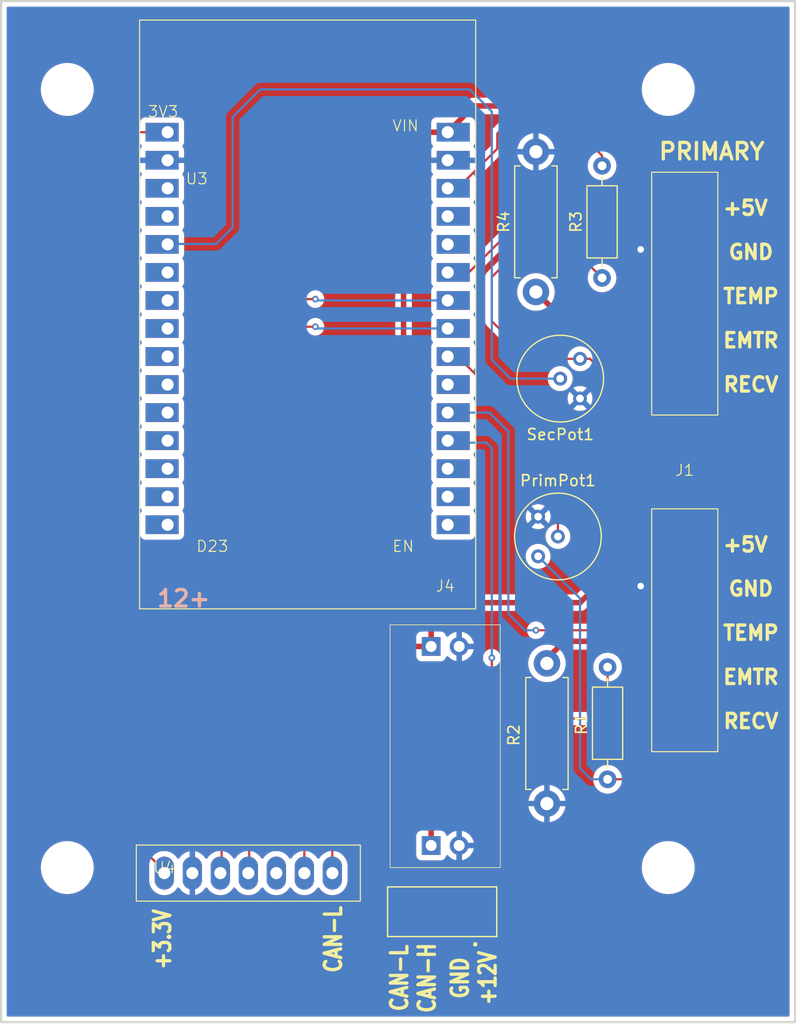
<source format=kicad_pcb>
(kicad_pcb (version 20240108) (generator "pcbnew") (generator_version "8.0")
  (layers (0 "F.Cu" signal) (31 "B.Cu" signal) (34 "B.Paste" user) (35 "F.Paste" user) (36 "B.SilkS" user "B.Silkscreen") (37 "F.SilkS" user "F.Silkscreen") (38 "B.Mask" user) (39 "F.Mask" user) (44 "Edge.Cuts" user))
  (net 0 "")
  (net 1 "GND")
  (net 2 "+5V")
  (net 4 "Net-(U3-D4)")
  (net 9 "Net-(U3-D13)")
  (net 16 "+3.3V")
  (net 17 "Net-(U3-D34)")
  (net 18 "Net-(U3-D33)")
  (net 27 "Net-(J3-Pin_5)")
  (net 28 "Net-(J3-Pin_4)")
  (net 29 "Net-(J3-Pin_3)")
  (net 30 "Net-(J4-Pin_3)")
  (net 31 "Net-(J7-Pin_3)")
  (net 32 "Net-(J7-Pin_4)")
  (net 33 "Net-(U3-D25)")
  (net 34 "Net-(U3-D26)")
  (net 35 "Net-(J1-Pin_3)")
  (net 36 "Net-(J1-Pin_4)")
  (net 37 "Net-(J1-Pin_5)")
  (footprint "Resistor_THT:R_Axial_DIN0411_L9.9mm_D3.6mm_P12.70mm_Horizontal" (layer "F.Cu") (at 148.5 78.85 90)
    (property "Reference" "R4" (at 6.35 -2.92 90) (layer "F.SilkS"))
    (property "Value" "22")
    (fp_line (start 11.42 -1.92) (end 11.42 -1.44) (stroke (width 0.12)) (layer "F.SilkS"))
    (fp_line (start 1.28 -1.92) (end 11.42 -1.92) (stroke (width 0.12)) (layer "F.SilkS"))
    (fp_line (start 1.28 -1.44) (end 1.28 -1.92) (stroke (width 0.12)) (layer "F.SilkS"))
    (fp_line (start 1.28 1.44) (end 1.28 1.92) (stroke (width 0.12)) (layer "F.SilkS"))
    (fp_line (start 11.42 1.92) (end 11.42 1.44) (stroke (width 0.12)) (layer "F.SilkS"))
    (fp_line (start 1.28 1.92) (end 11.42 1.92) (stroke (width 0.12)) (layer "F.SilkS"))
    (pad "1" thru_hole circle (at 0 0 90) (size 2.4 2.4) (drill 1.2) (layers "*.Cu" "*.Mask") (net 28 "Net-(J3-Pin_4)"))
    (pad "2" thru_hole oval (at 12.7 0 90) (size 2.4 2.4) (drill 1.2) (layers "*.Cu" "*.Mask") (net 1 "GND"))
  )
  (footprint "Resistor_THT:R_Axial_DIN0207_L6.3mm_D2.5mm_P10.16mm_Horizontal" (layer "F.Cu") (at 154.5 77.58 90)
    (property "Reference" "R3" (at 5.08 -2.37 90) (layer "F.SilkS"))
    (property "Value" "R")
    (fp_line (start 8.35 -1.37) (end 1.81 -1.37) (stroke (width 0.12)) (layer "F.SilkS"))
    (fp_line (start 1.81 -1.37) (end 1.81 1.37) (stroke (width 0.12)) (layer "F.SilkS"))
    (fp_line (start 9.12 0) (end 8.35 0) (stroke (width 0.12)) (layer "F.SilkS"))
    (fp_line (start 1.04 0) (end 1.81 0) (stroke (width 0.12)) (layer "F.SilkS"))
    (fp_line (start 8.35 1.37) (end 8.35 -1.37) (stroke (width 0.12)) (layer "F.SilkS"))
    (fp_line (start 1.81 1.37) (end 8.35 1.37) (stroke (width 0.12)) (layer "F.SilkS"))
    (pad "1" thru_hole circle (at 0 0 90) (size 1.6 1.6) (drill 0.8) (layers "*.Cu" "*.Mask") (net 27 "Net-(J3-Pin_5)"))
    (pad "2" thru_hole oval (at 10.16 0 90) (size 1.6 1.6) (drill 0.8) (layers "*.Cu" "*.Mask") (net 9 "Net-(U3-D13)"))
  )
  (footprint "CVT:PowerBoard" (layer "F.Cu") (at 140.275 106)
    (property "Reference" "J4" (at 0 -0.5 0) (layer "F.SilkS") (effects (font (thickness 0.1))))
    (property "Value" "12V_5V_Regulator")
    (fp_rect (start 5 25) (end -5 3) (stroke (width 0.05)) (fill none) (layer "F.SilkS"))
    (fp_rect (start 5 25) (end -5 3) (stroke (width 0.05)) (fill none) (layer "F.SilkS"))
    (pad "1" thru_hole rect (at -1.275 4.966 90) (size 1.7 1.7) (drill 1) (layers "*.Cu" "*.Mask") (net 2 "+5V"))
    (pad "2" thru_hole oval (at 1.265 4.966 90) (size 1.7 1.7) (drill 1) (layers "*.Cu" "*.Mask") (net 1 "GND"))
    (pad "3" thru_hole rect (at -1.275 23 90) (size 1.7 1.7) (drill 1) (layers "*.Cu" "*.Mask") (net 30 "Net-(J4-Pin_3)"))
    (pad "4" thru_hole oval (at 1.265 23 90) (size 1.7 1.7) (drill 1) (layers "*.Cu" "*.Mask") (net 1 "GND"))
  )
  (footprint "MountingHole:MountingHole_4.3mm_M4" (layer "F.Cu") (at 106 60.5)
    (property "Reference" "H4" (hide yes))
    (property "Value" "MountingHole")
    (pad "" np_thru_hole circle (at 0 0) (size 4.3 4.3) (drill 4.3) (layers "*.Cu" "*.Mask"))
  )
  (footprint "CVT:1x7 Connectors" (layer "F.Cu") (at 114.8 131.5)
    (property "Reference" "U4" (at 0 -0.5 0) (layer "F.SilkS") (effects (font (thickness 0.1))))
    (property "Value" "~")
    (fp_rect (start 17.78 2.54) (end -2.54 -2.54) (stroke (width 0.1)) (fill none) (layer "F.SilkS"))
    (pad "1" thru_hole oval (at 0 0) (size 1.75 3) (drill 1.1) (layers "*.Cu" "*.Mask") (net 16 "+3.3V"))
    (pad "2" thru_hole oval (at 2.54 0) (size 1.75 3) (drill 1.1) (layers "*.Cu" "*.Mask") (net 1 "GND"))
    (pad "3" thru_hole oval (at 5.08 0) (size 1.75 3) (drill 1.1) (layers "*.Cu" "*.Mask") (net 34 "Net-(U3-D26)"))
    (pad "4" thru_hole oval (at 7.62 0) (size 1.75 3) (drill 1.1) (layers "*.Cu" "*.Mask") (net 33 "Net-(U3-D25)"))
    (pad "5" thru_hole oval (at 10.16 0) (size 1.75 3) (drill 1.1) (layers "*.Cu" "*.Mask"))
    (pad "6" thru_hole oval (at 12.7 0) (size 1.75 3) (drill 1.1) (layers "*.Cu" "*.Mask") (net 31 "Net-(J7-Pin_3)"))
    (pad "7" thru_hole oval (at 15.24 0) (size 1.75 3) (drill 1.1) (layers "*.Cu" "*.Mask") (net 32 "Net-(J7-Pin_4)"))
  )
  (footprint "MountingHole:MountingHole_4.3mm_M4" (layer "F.Cu") (at 106 131)
    (property "Reference" "H2" (hide yes))
    (property "Value" "MountingHole")
    (pad "" np_thru_hole circle (at 0 0) (size 4.3 4.3) (drill 4.3) (layers "*.Cu" "*.Mask"))
  )
  (footprint "CVT:JST4Pin" (layer "F.Cu") (at 140 135)
    (property "Reference" "J7" (hide yes))
    (property "Value" "SystemInput")
    (fp_line (start -4.95 -2.25) (end 4.95 -2.25) (stroke (width 0.127)) (layer "F.SilkS"))
    (fp_line (start -4.95 2.25) (end -4.95 -2.25) (stroke (width 0.127)) (layer "F.SilkS"))
    (fp_line (start 4.95 -2.25) (end 4.95 2.25) (stroke (width 0.127)) (layer "F.SilkS"))
    (fp_line (start 4.95 2.25) (end -4.95 2.25) (stroke (width 0.127)) (layer "F.SilkS"))
    (fp_circle (center 3 2.95) (end 3.1 2.95) (stroke (width 0.2)) (fill none) (layer "F.SilkS"))
    (pad "1" smd rect (at 4 0 180) (size 1.75 3.5) (layers "F.Cu" "F.Paste" "F.Mask") (net 30 "Net-(J4-Pin_3)"))
    (pad "2" smd rect (at 1.46 0 180) (size 1.75 3.5) (layers "F.Cu" "F.Paste" "F.Mask") (net 1 "GND"))
    (pad "3" smd rect (at -1.08 0 180) (size 1.75 3.5) (layers "F.Cu" "F.Paste" "F.Mask") (net 31 "Net-(J7-Pin_3)"))
    (pad "4" smd rect (at -3.62 0 180) (size 1.75 3.5) (layers "F.Cu" "F.Paste" "F.Mask") (net 32 "Net-(J7-Pin_4)"))
  )
  (footprint "CVT:ESP 32 BAJA" (layer "F.Cu") (at 127.8 64.38)
    (property "Reference" "U3" (at -10.055 4.215 0) (layer "F.SilkS") (effects (font (thickness 0.1))))
    (property "Value" "~")
    (fp_rect (start -15.24 -10.16) (end 15.24 43.18) (stroke (width 0.1)) (fill none) (layer "F.SilkS"))
    (fp_text user "VIN" (at 7.62 0 0) (layer "F.SilkS") (effects (font (thickness 0.1)) (justify left bottom)))
    (fp_text user "D23" (at -10.16 38.1 0) (layer "F.SilkS") (effects (font (thickness 0.1)) (justify left bottom)))
    (fp_text user "EN" (at 7.62 38.1 0) (layer "F.SilkS") (effects (font (thickness 0.1)) (justify left bottom)))
    (fp_text user "3V3" (at -14.555 -1.285 0) (layer "F.SilkS") (effects (font (thickness 0.1)) (justify left bottom)))
    (pad "1" thru_hole rect (at -12.7 0) (size 3 1.7) (drill 1.1 (offset -0.5 0)) (layers "*.Cu" "*.Mask") (net 16 "+3.3V"))
    (pad "2" thru_hole rect (at -12.7 2.54) (size 3 1.7) (drill 1.1 (offset -0.5 0)) (layers "*.Cu" "*.Mask") (net 1 "GND"))
    (pad "3" thru_hole rect (at -12.7 5.08) (size 3 1.7) (drill 1.1 (offset -0.5 0)) (layers "*.Cu" "*.Mask"))
    (pad "4" thru_hole rect (at -12.7 7.62) (size 3 1.7) (drill 1.1 (offset -0.5 0)) (layers "*.Cu" "*.Mask"))
    (pad "5" thru_hole rect (at -12.7 10.16) (size 3 1.7) (drill 1.1 (offset -0.5 0)) (layers "*.Cu" "*.Mask") (net 4 "Net-(U3-D4)"))
    (pad "6" thru_hole rect (at -12.7 12.7) (size 3 1.7) (drill 1.1 (offset -0.5 0)) (layers "*.Cu" "*.Mask"))
    (pad "7" thru_hole rect (at -12.7 15.24) (size 3 1.7) (drill 1.1 (offset -0.5 0)) (layers "*.Cu" "*.Mask"))
    (pad "8" thru_hole rect (at -12.7 17.78) (size 3 1.7) (drill 1.1 (offset -0.5 0)) (layers "*.Cu" "*.Mask"))
    (pad "9" thru_hole rect (at -12.7 20.32) (size 3 1.7) (drill 1.1 (offset -0.5 0)) (layers "*.Cu" "*.Mask"))
    (pad "10" thru_hole rect (at -12.7 22.86) (size 3 1.7) (drill 1.1 (offset -0.5 0)) (layers "*.Cu" "*.Mask"))
    (pad "11" thru_hole rect (at -12.7 25.4) (size 3 1.7) (drill 1.1 (offset -0.5 0)) (layers "*.Cu" "*.Mask"))
    (pad "12" thru_hole rect (at -12.7 27.94) (size 3 1.7) (drill 1.1 (offset -0.5 0)) (layers "*.Cu" "*.Mask"))
    (pad "13" thru_hole rect (at -12.7 30.48) (size 3 1.7) (drill 1.1 (offset -0.5 0)) (layers "*.Cu" "*.Mask"))
    (pad "14" thru_hole rect (at -12.7 33.02) (size 3 1.7) (drill 1.1 (offset -0.5 0)) (layers "*.Cu" "*.Mask"))
    (pad "15" thru_hole rect (at -12.7 35.56) (size 3 1.7) (drill 1.1 (offset -0.5 0)) (layers "*.Cu" "*.Mask"))
    (pad "16" thru_hole rect (at 12.7 35.56) (size 3 1.7) (drill 1.1 (offset 0.5 0)) (layers "*.Cu" "*.Mask"))
    (pad "17" thru_hole rect (at 12.7 33.02) (size 3 1.7) (drill 1.1 (offset 0.5 0)) (layers "*.Cu" "*.Mask"))
    (pad "18" thru_hole rect (at 12.7 30.48) (size 3 1.7) (drill 1.1 (offset 0.5 0)) (layers "*.Cu" "*.Mask"))
    (pad "19" thru_hole rect (at 12.7 27.94) (size 3 1.7) (drill 1.1 (offset 0.5 0)) (layers "*.Cu" "*.Mask") (net 17 "Net-(U3-D34)"))
    (pad "20" thru_hole rect (at 12.7 25.4) (size 3 1.7) (drill 1.1 (offset 0.5 0)) (layers "*.Cu" "*.Mask") (net 35 "Net-(J1-Pin_3)"))
    (pad "21" thru_hole rect (at 12.7 22.86) (size 3 1.7) (drill 1.1 (offset 0.5 0)) (layers "*.Cu" "*.Mask"))
    (pad "22" thru_hole rect (at 12.7 20.32) (size 3 1.7) (drill 1.1 (offset 0.5 0)) (layers "*.Cu" "*.Mask") (net 18 "Net-(U3-D33)"))
    (pad "23" thru_hole rect (at 12.7 17.78) (size 3 1.7) (drill 1.1 (offset 0.5 0)) (layers "*.Cu" "*.Mask") (net 33 "Net-(U3-D25)"))
    (pad "24" thru_hole rect (at 12.7 15.24) (size 3 1.7) (drill 1.1 (offset 0.5 0)) (layers "*.Cu" "*.Mask") (net 34 "Net-(U3-D26)"))
    (pad "25" thru_hole rect (at 12.7 12.7) (size 3 1.7) (drill 1.1 (offset 0.5 0)) (layers "*.Cu" "*.Mask") (net 29 "Net-(J3-Pin_3)"))
    (pad "26" thru_hole rect (at 12.7 10.16) (size 3 1.7) (drill 1.1 (offset 0.5 0)) (layers "*.Cu" "*.Mask"))
    (pad "27" thru_hole rect (at 12.7 7.62) (size 3 1.7) (drill 1.1 (offset 0.5 0)) (layers "*.Cu" "*.Mask"))
    (pad "28" thru_hole rect (at 12.7 5.08) (size 3 1.7) (drill 1.1 (offset 0.5 0)) (layers "*.Cu" "*.Mask") (net 9 "Net-(U3-D13)"))
    (pad "29" thru_hole rect (at 12.7 2.54) (size 3 1.7) (drill 1.1 (offset 0.5 0)) (layers "*.Cu" "*.Mask") (net 1 "GND"))
    (pad "30" thru_hole rect (at 12.7 0) (size 3 1.7) (drill 1.1 (offset 0.5 0)) (layers "*.Cu" "*.Mask") (net 2 "+5V"))
  )
  (footprint "CVT:Temp_IR_5_Pad_Combo" (layer "F.Cu") (at 162 65)
    (property "Reference" "J3" (hide yes))
    (property "Value" "SecondaryPads")
    (fp_rect (start -3 3) (end 3 25) (stroke (width 0.1)) (fill none) (layer "F.SilkS"))
    (pad "1" smd rect (at 0 6) (size 4.5 3) (layers "F.Cu" "F.Paste" "F.Mask") (net 2 "+5V"))
    (pad "2" smd rect (at 0 10) (size 4.5 3) (layers "F.Cu" "F.Paste" "F.Mask") (net 1 "GND"))
    (pad "3" smd rect (at 0 14) (size 4.5 3) (layers "F.Cu" "F.Paste" "F.Mask") (net 29 "Net-(J3-Pin_3)"))
    (pad "4" smd rect (at 0 18) (size 4.5 3) (layers "F.Cu" "F.Paste" "F.Mask") (net 28 "Net-(J3-Pin_4)"))
    (pad "5" smd rect (at 0 22) (size 4.5 3) (layers "F.Cu" "F.Paste" "F.Mask") (net 27 "Net-(J3-Pin_5)"))
  )
  (footprint "Potentiometer_THT:Potentiometer_Bourns_3339H_Vertical" (layer "F.Cu") (at 148.7 102.8)
    (property "Reference" "PrimPot1" (at 1.796051 -6.856051 0) (layer "F.SilkS"))
    (property "Value" "0-10k")
    (fp_circle (center 1.797 -1.795102) (end 5.727 -1.795102) (stroke (width 0.12)) (fill none) (layer "F.SilkS"))
    (pad "1" thru_hole circle (at 0 0) (size 1.26 1.26) (drill 0.7) (layers "*.Cu" "*.Mask") (net 37 "Net-(J1-Pin_5)"))
    (pad "2" thru_hole circle (at 1.796051 -1.796051) (size 1.26 1.26) (drill 0.7) (layers "*.Cu" "*.Mask") (net 18 "Net-(U3-D33)"))
    (pad "3" thru_hole circle (at 0 -3.592102) (size 1.26 1.26) (drill 0.7) (layers "*.Cu" "*.Mask") (net 1 "GND"))
  )
  (footprint "MountingHole:MountingHole_4.3mm_M4" (layer "F.Cu") (at 160.5 60.5)
    (property "Reference" "H3" (hide yes))
    (property "Value" "MountingHole" (hide yes))
    (pad "" np_thru_hole circle (at 0 0) (size 4.3 4.3) (drill 4.3) (layers "*.Cu" "*.Mask"))
  )
  (footprint "Potentiometer_THT:Potentiometer_Bourns_3339H_Vertical" (layer "F.Cu") (at 152.5 84.907898 180)
    (property "Reference" "SecPot1" (at 1.796051 -6.856051 0) (layer "F.SilkS"))
    (property "Value" "0-10k")
    (fp_circle (center 1.797 -1.795102) (end 5.727 -1.795102) (stroke (width 0.12)) (fill none) (layer "F.SilkS"))
    (pad "1" thru_hole circle (at 0 0 180) (size 1.26 1.26) (drill 0.7) (layers "*.Cu" "*.Mask") (net 27 "Net-(J3-Pin_5)"))
    (pad "2" thru_hole circle (at 1.796051 -1.796051 180) (size 1.26 1.26) (drill 0.7) (layers "*.Cu" "*.Mask") (net 4 "Net-(U3-D4)"))
    (pad "3" thru_hole circle (at 0 -3.592102 180) (size 1.26 1.26) (drill 0.7) (layers "*.Cu" "*.Mask") (net 1 "GND"))
  )
  (footprint "MountingHole:MountingHole_4.3mm_M4" (layer "F.Cu") (at 160.5 131)
    (property "Reference" "H1" (hide yes))
    (property "Value" "MountingHole")
    (pad "" np_thru_hole circle (at 0 0) (size 4.3 4.3) (drill 4.3) (layers "*.Cu" "*.Mask"))
  )
  (footprint "Resistor_THT:R_Axial_DIN0411_L9.9mm_D3.6mm_P12.70mm_Horizontal" (layer "F.Cu") (at 149.5 112.5 -90)
    (property "Reference" "R2" (at 6.5 3 90) (layer "F.SilkS"))
    (property "Value" "22")
    (fp_line (start 1.28 1.92) (end 11.42 1.92) (stroke (width 0.12)) (layer "F.SilkS"))
    (fp_line (start 11.42 1.92) (end 11.42 1.44) (stroke (width 0.12)) (layer "F.SilkS"))
    (fp_line (start 1.28 1.44) (end 1.28 1.92) (stroke (width 0.12)) (layer "F.SilkS"))
    (fp_line (start 1.28 -1.44) (end 1.28 -1.92) (stroke (width 0.12)) (layer "F.SilkS"))
    (fp_line (start 1.28 -1.92) (end 11.42 -1.92) (stroke (width 0.12)) (layer "F.SilkS"))
    (fp_line (start 11.42 -1.92) (end 11.42 -1.44) (stroke (width 0.12)) (layer "F.SilkS"))
    (pad "1" thru_hole circle (at 0 0 270) (size 2.4 2.4) (drill 1.2) (layers "*.Cu" "*.Mask") (net 36 "Net-(J1-Pin_4)"))
    (pad "2" thru_hole oval (at 12.7 0 270) (size 2.4 2.4) (drill 1.2) (layers "*.Cu" "*.Mask") (net 1 "GND"))
  )
  (footprint "CVT:Temp_IR_5_Pad_Combo" (layer "F.Cu") (at 162 95.5)
    (property "Reference" "J1" (at 0 -0.5 0) (layer "F.SilkS") (effects (font (thickness 0.1))))
    (property "Value" "PrimaryPads")
    (fp_rect (start -3 3) (end 3 25) (stroke (width 0.1)) (fill none) (layer "F.SilkS"))
    (pad "1" smd rect (at 0 6) (size 4.5 3) (layers "F.Cu" "F.Paste" "F.Mask") (net 2 "+5V"))
    (pad "2" smd rect (at 0 10) (size 4.5 3) (layers "F.Cu" "F.Paste" "F.Mask") (net 1 "GND"))
    (pad "3" smd rect (at 0 14) (size 4.5 3) (layers "F.Cu" "F.Paste" "F.Mask") (net 35 "Net-(J1-Pin_3)"))
    (pad "4" smd rect (at 0 18) (size 4.5 3) (layers "F.Cu" "F.Paste" "F.Mask") (net 36 "Net-(J1-Pin_4)"))
    (pad "5" smd rect (at 0 22) (size 4.5 3) (layers "F.Cu" "F.Paste" "F.Mask") (net 37 "Net-(J1-Pin_5)"))
  )
  (footprint "Resistor_THT:R_Axial_DIN0207_L6.3mm_D2.5mm_P10.16mm_Horizontal" (layer "F.Cu") (at 155 123 90)
    (property "Reference" "R1" (at 5 -2.37 90) (layer "F.SilkS"))
    (property "Value" "R")
    (fp_line (start 8.35 -1.37) (end 1.81 -1.37) (stroke (width 0.12)) (layer "F.SilkS"))
    (fp_line (start 1.81 -1.37) (end 1.81 1.37) (stroke (width 0.12)) (layer "F.SilkS"))
    (fp_line (start 9.12 0) (end 8.35 0) (stroke (width 0.12)) (layer "F.SilkS"))
    (fp_line (start 1.04 0) (end 1.81 0) (stroke (width 0.12)) (layer "F.SilkS"))
    (fp_line (start 8.35 1.37) (end 8.35 -1.37) (stroke (width 0.12)) (layer "F.SilkS"))
    (fp_line (start 1.81 1.37) (end 8.35 1.37) (stroke (width 0.12)) (layer "F.SilkS"))
    (pad "1" thru_hole circle (at 0 0 90) (size 1.6 1.6) (drill 0.8) (layers "*.Cu" "*.Mask") (net 37 "Net-(J1-Pin_5)"))
    (pad "2" thru_hole oval (at 10.16 0 90) (size 1.6 1.6) (drill 0.8) (layers "*.Cu" "*.Mask") (net 17 "Net-(U3-D34)"))
  )
  (gr_rect (start 100 52.5) (end 172 145) (stroke (width 0.2)) (fill none) (layer "Edge.Cuts"))
  (gr_text "12+" (at 114 107.5 0) (layer "B.SilkS") (effects (font (size 1.5 1.5) (thickness 0.3) (bold yes)) (justify left bottom)))
  (gr_text "GND" (at 168 76 0) (layer "F.SilkS") (effects (font (size 1.3 1.3) (thickness 0.3) (bold yes)) (justify bottom)))
  (gr_text "+12V" (at 145 141 90) (layer "F.SilkS") (effects (font (size 1.5 1.2) (thickness 0.3) (bold yes)) (justify bottom)))
  (gr_text "PRIMARY" (at 159.5 67 0) (layer "F.SilkS") (effects (font (size 1.5 1.5) (thickness 0.3) (bold yes)) (justify left bottom)))
  (gr_text "+5V" (at 167.5 72 0) (layer "F.SilkS") (effects (font (size 1.3 1.3) (thickness 0.3) (bold yes)) (justify bottom)))
  (gr_text "TEMP" (at 168 80 0) (layer "F.SilkS") (effects (font (size 1.3 1.3) (thickness 0.3) (bold yes)) (justify bottom)))
  (gr_text "TEMP" (at 168 110.5 0) (layer "F.SilkS") (effects (font (size 1.3 1.3) (thickness 0.3) (bold yes)) (justify bottom)))
  (gr_text "EMTR\n" (at 168 114.5 0) (layer "F.SilkS") (effects (font (size 1.3 1.3) (thickness 0.3) (bold yes)) (justify bottom)))
  (gr_text "CAN-L\n" (at 131 137.5 90) (layer "F.SilkS") (effects (font (size 1.5 1.2) (thickness 0.3) (bold yes)) (justify bottom)))
  (gr_text "+5V" (at 167.5 102.5 0) (layer "F.SilkS") (effects (font (size 1.3 1.3) (thickness 0.3) (bold yes)) (justify bottom)))
  (gr_text "GND" (at 168 106.5 0) (layer "F.SilkS") (effects (font (size 1.3 1.3) (thickness 0.3) (bold yes)) (justify bottom)))
  (gr_text "GND" (at 142.5 141 90) (layer "F.SilkS") (effects (font (size 1.5 1.2) (thickness 0.3) (bold yes)) (justify bottom)))
  (gr_text "CAN-L\n" (at 137 141 90) (layer "F.SilkS") (effects (font (size 1.5 1.2) (thickness 0.3) (bold yes)) (justify bottom)))
  (gr_text "RECV\n" (at 168 118.5 0) (layer "F.SilkS") (effects (font (size 1.3 1.3) (thickness 0.3) (bold yes)) (justify bottom)))
  (gr_text "+3.3V\n" (at 115.5 137.5 90) (layer "F.SilkS") (effects (font (size 1.5 1.2) (thickness 0.3) (bold yes)) (justify bottom)))
  (gr_text "CAN-H" (at 139.5 141 90) (layer "F.SilkS") (effects (font (size 1.5 1.2) (thickness 0.3) (bold yes)) (justify bottom)))
  (gr_text "RECV\n" (at 168 88 0) (layer "F.SilkS") (effects (font (size 1.3 1.3) (thickness 0.3) (bold yes)) (justify bottom)))
  (gr_text "EMTR\n" (at 168 84 0) (layer "F.SilkS") (effects (font (size 1.3 1.3) (thickness 0.3) (bold yes)) (justify bottom)))
  (segment (start 141.54 134.92) (end 141.46 135) (width 0.2) (layer "F.Cu") (net 1))
  (segment (start 141.54 129) (end 141.54 134.92) (width 0.5) (layer "F.Cu") (net 1))
  (segment (start 162 75) (end 158 75) (width 0.5) (layer "F.Cu") (net 1))
  (segment (start 162 105.5) (end 158 105.5) (width 0.5) (layer "F.Cu") (net 1))
  (via (at 158 75) (size 1) (drill 0.6) (layers "F.Cu" "B.Cu") (net 1))
  (via (at 158 105.5) (size 1) (drill 0.6) (layers "F.Cu" "B.Cu") (net 1))
  (segment (start 153 62) (end 142.88 62) (width 0.5) (layer "F.Cu") (net 2))
  (segment (start 137.466 110.966) (end 136.5 110) (width 0.5) (layer "F.Cu") (net 2))
  (segment (start 159 71) (end 158 70) (width 0.5) (layer "F.Cu") (net 2))
  (segment (start 141 107) (end 152.5 107) (width 0.5) (layer "F.Cu") (net 2))
  (segment (start 139 110.966) (end 137.466 110.966) (width 0.5) (layer "F.Cu") (net 2))
  (segment (start 139 109) (end 141 107) (width 0.5) (layer "F.Cu") (net 2))
  (segment (start 139 110.966) (end 139 109) (width 0.5) (layer "F.Cu") (net 2))
  (segment (start 138.62 64.38) (end 140.5 64.38) (width 0.5) (layer "F.Cu") (net 2))
  (segment (start 136.5 66.5) (end 138.62 64.38) (width 0.5) (layer "F.Cu") (net 2))
  (segment (start 158 70) (end 158 67) (width 0.5) (layer "F.Cu") (net 2))
  (segment (start 158 67) (end 153 62) (width 0.5) (layer "F.Cu") (net 2))
  (segment (start 158 101.5) (end 162 101.5) (width 0.5) (layer "F.Cu") (net 2))
  (segment (start 162 71) (end 159 71) (width 0.5) (layer "F.Cu") (net 2))
  (segment (start 136.5 110) (end 136.5 66.5) (width 0.5) (layer "F.Cu") (net 2))
  (segment (start 152.5 107) (end 158 101.5) (width 0.5) (layer "F.Cu") (net 2))
  (segment (start 142.88 62) (end 140.5 64.38) (width 0.5) (layer "F.Cu") (net 2))
  (segment (start 144.5 62.5) (end 142.5 60.5) (width 0.2) (layer "B.Cu") (net 4))
  (segment (start 123.5 60.5) (end 121 63) (width 0.2) (layer "B.Cu") (net 4))
  (segment (start 115.14 74.5) (end 115.1 74.54) (width 0.2) (layer "B.Cu") (net 4))
  (segment (start 146.203949 86.703949) (end 144.5 85) (width 0.2) (layer "B.Cu") (net 4))
  (segment (start 142.5 60.5) (end 123.5 60.5) (width 0.2) (layer "B.Cu") (net 4))
  (segment (start 150.703949 86.703949) (end 146.203949 86.703949) (width 0.2) (layer "B.Cu") (net 4))
  (segment (start 121 63) (end 121 73) (width 0.2) (layer "B.Cu") (net 4))
  (segment (start 121 73) (end 119.5 74.5) (width 0.2) (layer "B.Cu") (net 4))
  (segment (start 144.5 85) (end 144.5 62.5) (width 0.2) (layer "B.Cu") (net 4))
  (segment (start 119.5 74.5) (end 115.14 74.5) (width 0.2) (layer "B.Cu") (net 4))
  (segment (start 151.5 63.5) (end 146 63.5) (width 0.2) (layer "F.Cu") (net 9))
  (segment (start 146 63.5) (end 145 64.5) (width 0.2) (layer "F.Cu") (net 9))
  (segment (start 141.41 69.46) (end 140.5 69.46) (width 0.2) (layer "F.Cu") (net 9))
  (segment (start 154.5 67.42) (end 154.5 66.5) (width 0.2) (layer "F.Cu") (net 9))
  (segment (start 154.5 66.5) (end 151.5 63.5) (width 0.2) (layer "F.Cu") (net 9))
  (segment (start 145 64.5) (end 145 65.87) (width 0.2) (layer "F.Cu") (net 9))
  (segment (start 145 65.87) (end 141.41 69.46) (width 0.2) (layer "F.Cu") (net 9))
  (segment (start 115.1 64.38) (end 112.12 64.38) (width 0.2) (layer "F.Cu") (net 16))
  (segment (start 111.5 65) (end 111.5 128) (width 0.2) (layer "F.Cu") (net 16))
  (segment (start 112.12 64.38) (end 111.5 65) (width 0.2) (layer "F.Cu") (net 16))
  (segment (start 111.5 128) (end 114.8 131.3) (width 0.2) (layer "F.Cu") (net 16))
  (segment (start 114.8 131.3) (end 114.8 131.5) (width 0.2) (layer "F.Cu") (net 16))
  (segment (start 144.5 112) (end 144.5 115) (width 0.2) (layer "F.Cu") (net 17))
  (segment (start 144.5 115) (end 147 117.5) (width 0.2) (layer "F.Cu") (net 17))
  (segment (start 153.5 117.5) (end 155 116) (width 0.2) (layer "F.Cu") (net 17))
  (segment (start 155 112.84) (end 155 116) (width 0.2) (layer "F.Cu") (net 17))
  (segment (start 147 117.5) (end 153.5 117.5) (width 0.2) (layer "F.Cu") (net 17))
  (via (at 144.5 112) (size 0.6) (drill 0.3) (layers "F.Cu" "B.Cu") (net 17))
  (segment (start 144.5 112) (end 144.5 93) (width 0.2) (layer "B.Cu") (net 17))
  (segment (start 140.68 92.5) (end 140.5 92.32) (width 0.2) (layer "B.Cu") (net 17))
  (segment (start 144.5 93) (end 144 92.5) (width 0.2) (layer "B.Cu") (net 17))
  (segment (start 144 92.5) (end 140.68 92.5) (width 0.2) (layer "B.Cu") (net 17))
  (segment (start 141.41 84.7) (end 140.5 84.7) (width 0.2) (layer "F.Cu") (net 18))
  (segment (start 150.496051 93.786051) (end 141.41 84.7) (width 0.2) (layer "F.Cu") (net 18))
  (segment (start 150.496051 101) (end 150.496051 93.786051) (width 0.2) (layer "F.Cu") (net 18))
  (segment (start 144.5 77.5) (end 144.5 81.5) (width 0.2) (layer "F.Cu") (net 27))
  (segment (start 144.5 81.5) (end 147.907898 84.907898) (width 0.2) (layer "F.Cu") (net 27))
  (segment (start 154.5 77.58) (end 151.42 74.5) (width 0.2) (layer "F.Cu") (net 27))
  (segment (start 155.5 87) (end 162 87) (width 0.2) (layer "F.Cu") (net 27))
  (segment (start 147.907898 84.907898) (end 152.5 84.907898) (width 0.2) (layer "F.Cu") (net 27))
  (segment (start 151.42 74.5) (end 147.5 74.5) (width 0.2) (layer "F.Cu") (net 27))
  (segment (start 152.5 84.907898) (end 153.407898 84.907898) (width 0.2) (layer "F.Cu") (net 27))
  (segment (start 147.5 74.5) (end 144.5 77.5) (width 0.2) (layer "F.Cu") (net 27))
  (segment (start 153.407898 84.907898) (end 155.5 87) (width 0.2) (layer "F.Cu") (net 27))
  (segment (start 151.15 81.5) (end 156 81.5) (width 0.5) (layer "F.Cu") (net 28))
  (segment (start 148.5 78.85) (end 151.15 81.5) (width 0.5) (layer "F.Cu") (net 28))
  (segment (start 156 81.5) (end 157.5 83) (width 0.5) (layer "F.Cu") (net 28))
  (segment (start 157.5 83) (end 162 83) (width 0.5) (layer "F.Cu") (net 28))
  (segment (start 147 72.5) (end 153 72.5) (width 0.2) (layer "F.Cu") (net 29))
  (segment (start 140.5 77) (end 142.5 77) (width 0.2) (layer "F.Cu") (net 29))
  (segment (start 142.5 77) (end 147 72.5) (width 0.2) (layer "F.Cu") (net 29))
  (segment (start 153 72.5) (end 159.5 79) (width 0.2) (layer "F.Cu") (net 29))
  (segment (start 140.5 77.08) (end 140.5 77) (width 0.2) (layer "F.Cu") (net 29))
  (segment (start 159.5 79) (end 162 79) (width 0.2) (layer "F.Cu") (net 29))
  (segment (start 144 127) (end 143 126) (width 0.5) (layer "F.Cu") (net 30))
  (segment (start 144 135) (end 144 127) (width 0.5) (layer "F.Cu") (net 30))
  (segment (start 140 126) (end 139 127) (width 0.5) (layer "F.Cu") (net 30))
  (segment (start 143 126) (end 140 126) (width 0.5) (layer "F.Cu") (net 30))
  (segment (start 139 127) (end 139 129) (width 0.5) (layer "F.Cu") (net 30))
  (segment (start 127.5 131.5) (end 127.5 129) (width 0.2) (layer "F.Cu") (net 31))
  (segment (start 127.5 129) (end 129 127.5) (width 0.2) (layer "F.Cu") (net 31))
  (segment (start 138.92 133.42) (end 138.92 135) (width 0.2) (layer "F.Cu") (net 31))
  (segment (start 133 127.5) (end 138.92 133.42) (width 0.2) (layer "F.Cu") (net 31))
  (segment (start 129 127.5) (end 133 127.5) (width 0.2) (layer "F.Cu") (net 31))
  (segment (start 136.38 132.88) (end 136.38 135) (width 0.2) (layer "F.Cu") (net 32))
  (segment (start 132.5 129) (end 136.38 132.88) (width 0.2) (layer "F.Cu") (net 32))
  (segment (start 130.5 129) (end 132.5 129) (width 0.2) (layer "F.Cu") (net 32))
  (segment (start 130.04 131.5) (end 130.04 129.46) (width 0.2) (layer "F.Cu") (net 32))
  (segment (start 130.04 129.46) (end 130.5 129) (width 0.2) (layer "F.Cu") (net 32))
  (segment (start 122.42 131.5) (end 122.5 131.5) (width 0.2) (layer "F.Cu") (net 33))
  (segment (start 122.5 131.5) (end 122.5 84) (width 0.2) (layer "F.Cu") (net 33))
  (segment (start 122.5 84) (end 124.34 82.16) (width 0.2) (layer "F.Cu") (net 33))
  (segment (start 124.34 82.16) (end 124.5 82) (width 0.2) (layer "F.Cu") (net 33))
  (segment (start 124.5 82) (end 128.5 82) (width 0.2) (layer "F.Cu") (net 33))
  (via (at 128.5 82) (size 0.6) (drill 0.3) (layers "F.Cu" "B.Cu") (net 33))
  (segment (start 140.5 82.16) (end 128.66 82.16) (width 0.2) (layer "B.Cu") (net 33))
  (segment (start 128.66 82.16) (end 128.5 82) (width 0.2) (layer "B.Cu") (net 33))
  (segment (start 140.38 79.5) (end 140.5 79.62) (width 0.2) (layer "F.Cu") (net 34))
  (segment (start 120 131.5) (end 120 82) (width 0.2) (layer "F.Cu") (net 34))
  (segment (start 122.5 79.5) (end 128.5 79.5) (width 0.2) (layer "F.Cu") (net 34))
  (segment (start 120 82) (end 122.5 79.5) (width 0.2) (layer "F.Cu") (net 34))
  (segment (start 119.88 131.5) (end 120 131.5) (width 0.2) (layer "F.Cu") (net 34))
  (via (at 128.5 79.5) (size 0.6) (drill 0.3) (layers "F.Cu" "B.Cu") (net 34))
  (segment (start 140.5 79.62) (end 128.62 79.62) (width 0.2) (layer "B.Cu") (net 34))
  (segment (start 128.62 79.62) (end 128.5 79.5) (width 0.2) (layer "B.Cu") (net 34))
  (segment (start 162 109.5) (end 148.5 109.5) (width 0.2) (layer "F.Cu") (net 35))
  (via (at 148.5 109.5) (size 0.6) (drill 0.3) (layers "F.Cu" "B.Cu") (net 35))
  (segment (start 147.5 109.5) (end 146 108) (width 0.2) (layer "B.Cu") (net 35))
  (segment (start 148.5 109.5) (end 147.5 109.5) (width 0.2) (layer "B.Cu") (net 35))
  (segment (start 144.28 89.78) (end 140.5 89.78) (width 0.2) (layer "B.Cu") (net 35))
  (segment (start 146 108) (end 146 91.5) (width 0.2) (layer "B.Cu") (net 35))
  (segment (start 146 91.5) (end 144.28 89.78) (width 0.2) (layer "B.Cu") (net 35))
  (segment (start 155.925 110.5) (end 158.925 113.5) (width 0.5) (layer "F.Cu") (net 36))
  (segment (start 149.425 112.15) (end 151.075 110.5) (width 0.5) (layer "F.Cu") (net 36))
  (segment (start 151.075 110.5) (end 155.925 110.5) (width 0.5) (layer "F.Cu") (net 36))
  (segment (start 158.925 113.5) (end 162 113.5) (width 0.5) (layer "F.Cu") (net 36))
  (segment (start 155 123) (end 161 123) (width 0.2) (layer "F.Cu") (net 37))
  (segment (start 162 122) (end 161 123) (width 0.2) (layer "F.Cu") (net 37))
  (segment (start 162 117.5) (end 162 122) (width 0.2) (layer "F.Cu") (net 37))
  (segment (start 152.5 122) (end 153.5 123) (width 0.2) (layer "B.Cu") (net 37))
  (segment (start 152.5 106.596051) (end 152.5 122) (width 0.2) (layer "B.Cu") (net 37))
  (segment (start 148.7 102.796051) (end 152.5 106.596051) (width 0.2) (layer "B.Cu") (net 37))
  (segment (start 153.5 123) (end 155 123) (width 0.2) (layer "B.Cu") (net 37))
  (zone (net 0) (net_name "") (layer "F.Cu") (priority 1) (connect_pads (clearance 0.5)) (min_thickness 0.25) (fill yes (thermal_gap 0.5) (thermal_bridge_width 0.5) (island_removal_mode 1) (island_area_min 10))
    (polygon (pts (xy 100 52.5) (xy 171.913021 52.703421) (xy 171.913021 145.203421) (xy 100 145)))
  )
  (zone (net 1) (net_name "GND") (layer "B.Cu") (connect_pads (clearance 0.5)) (min_thickness 0.25) (fill yes (thermal_gap 0.5) (thermal_bridge_width 0.5) (island_removal_mode 1) (island_area_min 10))
    (polygon (pts (xy 100 52.5) (xy 100 145) (xy 172 145) (xy 172 52.5)))
  )
)
</source>
